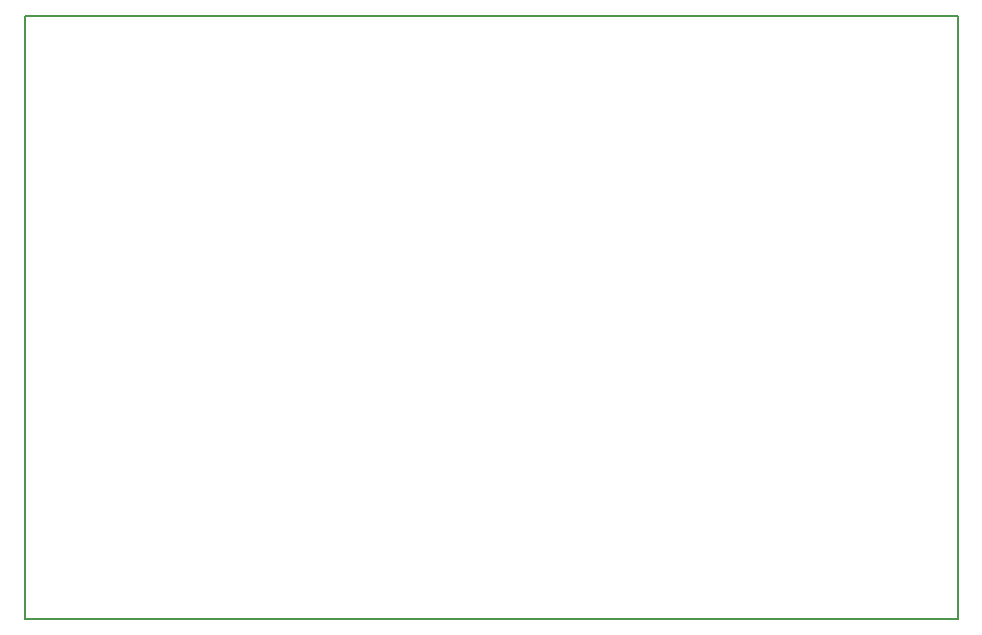
<source format=gbr>
%TF.GenerationSoftware,KiCad,Pcbnew,8.0.6-8.0.6-0~ubuntu24.04.1*%
%TF.CreationDate,2025-11-22T22:57:42-05:00*%
%TF.ProjectId,rook,726f6f6b-2e6b-4696-9361-645f70636258,rev?*%
%TF.SameCoordinates,Original*%
%TF.FileFunction,Profile,NP*%
%FSLAX46Y46*%
G04 Gerber Fmt 4.6, Leading zero omitted, Abs format (unit mm)*
G04 Created by KiCad (PCBNEW 8.0.6-8.0.6-0~ubuntu24.04.1) date 2025-11-22 22:57:42*
%MOMM*%
%LPD*%
G01*
G04 APERTURE LIST*
%TA.AperFunction,Profile*%
%ADD10C,0.200000*%
%TD*%
G04 APERTURE END LIST*
D10*
X-3250000Y3200000D02*
X75750000Y3200000D01*
X75750000Y-47800000D01*
X-3250000Y-47800000D01*
X-3250000Y3200000D01*
M02*

</source>
